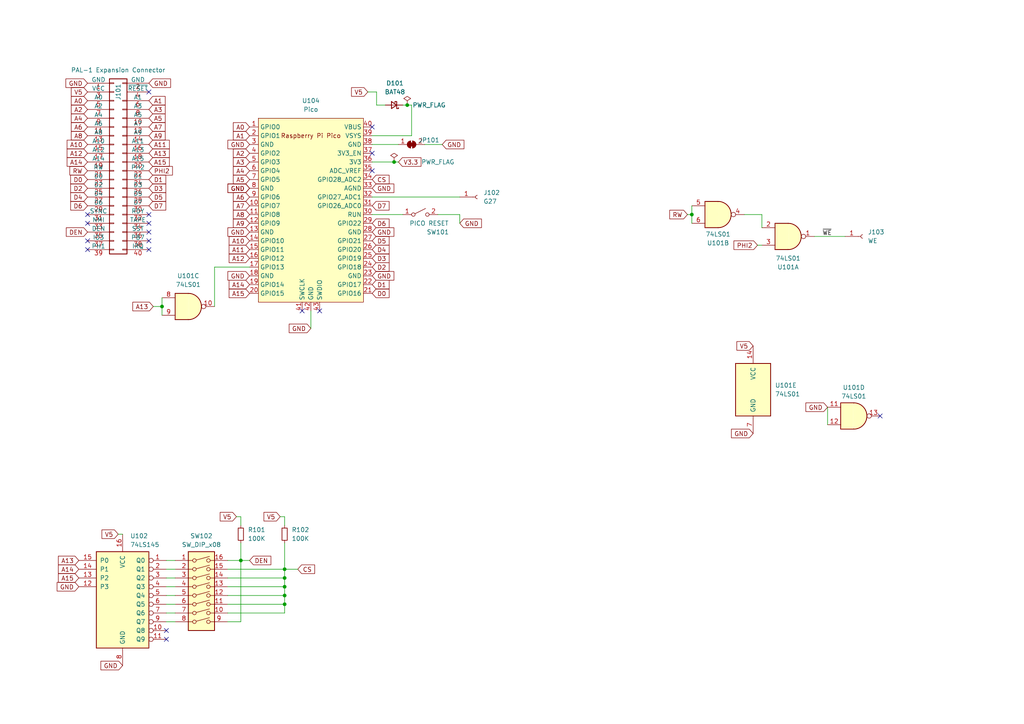
<source format=kicad_sch>
(kicad_sch (version 20230121) (generator eeschema)
  (paper "A4")
  (lib_symbols
    (symbol "74xx:74LS01" (pin_names (offset 1.016))
      (property "Reference" "U" (at 0 1.27 0))
      (property "Value" "74LS01" (at 0 -1.27 0))
      (symbol "74LS01_1_1"
        (arc (start 0 -3.81) (mid 3.7934 0) (end 0 3.81) (stroke (width 0.254)) (fill (type background)))
        (polyline (pts (xy 0 3.81) (xy -3.81 3.81) (xy -3.81 -3.81) (xy 0 -3.81)) (stroke (width 0.254)) (fill (type background)))
        (pin open_collector inverted (at 7.62 0 180) (length 3.81) (name "~") (number "1"))
        (pin input line (at -7.62 2.54 0) (length 3.81) (name "~") (number "2"))
        (pin input line (at -7.62 -2.54 0) (length 3.81) (name "~") (number "3"))
      )
      (symbol "74LS01_1_2"
        (arc (start -3.81 -3.81) (mid -2.589 0) (end -3.81 3.81) (stroke (width 0.254)))
        (arc (start -0.6096 -3.81) (mid 2.1842 -2.5851) (end 3.81 0) (stroke (width 0.254)) (fill (type background)))
        (polyline (pts (xy -3.81 -3.81) (xy -0.635 -3.81)) (stroke (width 0.254)) (fill (type background)))
        (polyline (pts (xy -3.81 3.81) (xy -0.635 3.81)) (stroke (width 0.254)) (fill (type background)))
        (polyline (pts (xy -0.635 3.81) (xy -3.81 3.81) (xy -3.81 3.81) (xy -3.556 3.4036) (xy -3.0226 2.2606) (xy -2.6924 1.0414) (xy -2.6162 -0.254) (xy -2.7686 -1.4986) (xy -3.175 -2.7178) (xy -3.81 -3.81) (xy -3.81 -3.81) (xy -0.635 -3.81)) (stroke (width -25.4)) (fill (type background)))
        (arc (start 3.81 0) (mid 2.1915 2.5936) (end -0.6096 3.81) (stroke (width 0.254)) (fill (type background)))
        (pin open_collector line (at 7.62 0 180) (length 3.81) (name "~") (number "1"))
        (pin input inverted (at -7.62 2.54 0) (length 4.318) (name "~") (number "2"))
        (pin input inverted (at -7.62 -2.54 0) (length 4.318) (name "~") (number "3"))
      )
      (symbol "74LS01_2_1"
        (arc (start 0 -3.81) (mid 3.7934 0) (end 0 3.81) (stroke (width 0.254)) (fill (type background)))
        (polyline (pts (xy 0 3.81) (xy -3.81 3.81) (xy -3.81 -3.81) (xy 0 -3.81)) (stroke (width 0.254)) (fill (type background)))
        (pin open_collector inverted (at 7.62 0 180) (length 3.81) (name "~") (number "4"))
        (pin input line (at -7.62 2.54 0) (length 3.81) (name "~") (number "5"))
        (pin input line (at -7.62 -2.54 0) (length 3.81) (name "~") (number "6"))
      )
      (symbol "74LS01_2_2"
        (arc (start -3.81 -3.81) (mid -2.589 0) (end -3.81 3.81) (stroke (width 0.254)))
        (arc (start -0.6096 -3.81) (mid 2.1842 -2.5851) (end 3.81 0) (stroke (width 0.254)) (fill (type background)))
        (polyline (pts (xy -3.81 -3.81) (xy -0.635 -3.81)) (stroke (width 0.254)) (fill (type background)))
        (polyline (pts (xy -3.81 3.81) (xy -0.635 3.81)) (stroke (width 0.254)) (fill (type background)))
        (polyline (pts (xy -0.635 3.81) (xy -3.81 3.81) (xy -3.81 3.81) (xy -3.556 3.4036) (xy -3.0226 2.2606) (xy -2.6924 1.0414) (xy -2.6162 -0.254) (xy -2.7686 -1.4986) (xy -3.175 -2.7178) (xy -3.81 -3.81) (xy -3.81 -3.81) (xy -0.635 -3.81)) (stroke (width -25.4)) (fill (type background)))
        (arc (start 3.81 0) (mid 2.1915 2.5936) (end -0.6096 3.81) (stroke (width 0.254)) (fill (type background)))
        (pin open_collector line (at 7.62 0 180) (length 3.81) (name "~") (number "4"))
        (pin input inverted (at -7.62 2.54 0) (length 4.318) (name "~") (number "5"))
        (pin input inverted (at -7.62 -2.54 0) (length 4.318) (name "~") (number "6"))
      )
      (symbol "74LS01_3_1"
        (arc (start 0 -3.81) (mid 3.7934 0) (end 0 3.81) (stroke (width 0.254)) (fill (type background)))
        (polyline (pts (xy 0 3.81) (xy -3.81 3.81) (xy -3.81 -3.81) (xy 0 -3.81)) (stroke (width 0.254)) (fill (type background)))
        (pin open_collector inverted (at 7.62 0 180) (length 3.81) (name "~") (number "10"))
        (pin input line (at -7.62 2.54 0) (length 3.81) (name "~") (number "8"))
        (pin input line (at -7.62 -2.54 0) (length 3.81) (name "~") (number "9"))
      )
      (symbol "74LS01_3_2"
        (arc (start -3.81 -3.81) (mid -2.589 0) (end -3.81 3.81) (stroke (width 0.254)))
        (arc (start -0.6096 -3.81) (mid 2.1842 -2.5851) (end 3.81 0) (stroke (width 0.254)) (fill (type background)))
        (polyline (pts (xy -3.81 -3.81) (xy -0.635 -3.81)) (stroke (width 0.254)) (fill (type background)))
        (polyline (pts (xy -3.81 3.81) (xy -0.635 3.81)) (stroke (width 0.254)) (fill (type background)))
        (polyline (pts (xy -0.635 3.81) (xy -3.81 3.81) (xy -3.81 3.81) (xy -3.556 3.4036) (xy -3.0226 2.2606) (xy -2.6924 1.0414) (xy -2.6162 -0.254) (xy -2.7686 -1.4986) (xy -3.175 -2.7178) (xy -3.81 -3.81) (xy -3.81 -3.81) (xy -0.635 -3.81)) (stroke (width -25.4)) (fill (type background)))
        (arc (start 3.81 0) (mid 2.1915 2.5936) (end -0.6096 3.81) (stroke (width 0.254)) (fill (type background)))
        (pin open_collector line (at 7.62 0 180) (length 3.81) (name "~") (number "10"))
        (pin input inverted (at -7.62 2.54 0) (length 4.318) (name "~") (number "8"))
        (pin input inverted (at -7.62 -2.54 0) (length 4.318) (name "~") (number "9"))
      )
      (symbol "74LS01_4_1"
        (arc (start 0 -3.81) (mid 3.7934 0) (end 0 3.81) (stroke (width 0.254)) (fill (type background)))
        (polyline (pts (xy 0 3.81) (xy -3.81 3.81) (xy -3.81 -3.81) (xy 0 -3.81)) (stroke (width 0.254)) (fill (type background)))
        (pin input line (at -7.62 2.54 0) (length 3.81) (name "~") (number "11"))
        (pin input line (at -7.62 -2.54 0) (length 3.81) (name "~") (number "12"))
        (pin open_collector inverted (at 7.62 0 180) (length 3.81) (name "~") (number "13"))
      )
      (symbol "74LS01_4_2"
        (arc (start -3.81 -3.81) (mid -2.589 0) (end -3.81 3.81) (stroke (width 0.254)))
        (arc (start -0.6096 -3.81) (mid 2.1842 -2.5851) (end 3.81 0) (stroke (width 0.254)) (fill (type background)))
        (polyline (pts (xy -3.81 -3.81) (xy -0.635 -3.81)) (stroke (width 0.254)) (fill (type background)))
        (polyline (pts (xy -3.81 3.81) (xy -0.635 3.81)) (stroke (width 0.254)) (fill (type background)))
        (polyline (pts (xy -0.635 3.81) (xy -3.81 3.81) (xy -3.81 3.81) (xy -3.556 3.4036) (xy -3.0226 2.2606) (xy -2.6924 1.0414) (xy -2.6162 -0.254) (xy -2.7686 -1.4986) (xy -3.175 -2.7178) (xy -3.81 -3.81) (xy -3.81 -3.81) (xy -0.635 -3.81)) (stroke (width -25.4)) (fill (type background)))
        (arc (start 3.81 0) (mid 2.1915 2.5936) (end -0.6096 3.81) (stroke (width 0.254)) (fill (type background)))
        (pin input inverted (at -7.62 2.54 0) (length 4.318) (name "~") (number "11"))
        (pin input inverted (at -7.62 -2.54 0) (length 4.318) (name "~") (number "12"))
        (pin open_collector line (at 7.62 0 180) (length 3.81) (name "~") (number "13"))
      )
      (symbol "74LS01_5_0"
        (pin power_in line (at 0 12.7 270) (length 5.08) (name "VCC") (number "14"))
        (pin power_in line (at 0 -12.7 90) (length 5.08) (name "GND") (number "7"))
      )
      (symbol "74LS01_5_1"
        (rectangle (start -5.08 7.62) (end 5.08 -7.62) (stroke (width 0.254)) (fill (type background)))
      )
    )
    (symbol "74xx:74LS145" (pin_names (offset 1.016))
      (property "Reference" "U" (at -7.62 13.97 0))
      (property "Value" "74LS145" (at -7.62 -16.51 0))
      (symbol "74LS145_1_0"
        (pin open_collector inverted (at 12.7 10.16 180) (length 5.08) (name "Q0") (number "1"))
        (pin open_collector inverted (at 12.7 -10.16 180) (length 5.08) (name "Q8") (number "10"))
        (pin open_collector inverted (at 12.7 -12.7 180) (length 5.08) (name "Q9") (number "11"))
        (pin input line (at -12.7 2.54 0) (length 5.08) (name "P3") (number "12"))
        (pin input line (at -12.7 5.08 0) (length 5.08) (name "P2") (number "13"))
        (pin input line (at -12.7 7.62 0) (length 5.08) (name "P1") (number "14"))
        (pin input line (at -12.7 10.16 0) (length 5.08) (name "P0") (number "15"))
        (pin power_in line (at 0 17.78 270) (length 5.08) (name "VCC") (number "16"))
        (pin open_collector inverted (at 12.7 7.62 180) (length 5.08) (name "Q1") (number "2"))
        (pin open_collector inverted (at 12.7 5.08 180) (length 5.08) (name "Q2") (number "3"))
        (pin open_collector inverted (at 12.7 2.54 180) (length 5.08) (name "Q3") (number "4"))
        (pin open_collector inverted (at 12.7 0 180) (length 5.08) (name "Q4") (number "5"))
        (pin open_collector inverted (at 12.7 -2.54 180) (length 5.08) (name "Q5") (number "6"))
        (pin open_collector inverted (at 12.7 -5.08 180) (length 5.08) (name "Q6") (number "7"))
        (pin power_in line (at 0 -20.32 90) (length 5.08) (name "GND") (number "8"))
        (pin open_collector inverted (at 12.7 -7.62 180) (length 5.08) (name "Q7") (number "9"))
      )
      (symbol "74LS145_1_1"
        (rectangle (start -7.62 12.7) (end 7.62 -15.24) (stroke (width 0.254)) (fill (type background)))
      )
    )
    (symbol "Connector:Conn_01x01_Socket" (pin_names (offset 1.016) hide)
      (property "Reference" "J" (at 0 2.54 0))
      (property "Value" "Conn_01x01_Socket" (at 0 -2.54 0))
      (symbol "Conn_01x01_Socket_1_1"
        (polyline (pts (xy -1.27 0) (xy -0.508 0)) (stroke (width 0.1524)))
        (arc (start 0 0.508) (mid -0.5058 0) (end 0 -0.508) (stroke (width 0.1524)))
        (pin passive line (at -5.08 0 0) (length 3.81) (name "Pin_1") (number "1"))
      )
    )
    (symbol "Device:D_Schottky_Small" (pin_numbers hide) (pin_names (offset 0.254) hide)
      (property "Reference" "D" (at -1.27 2.032 0))
      (property "Value" "D_Schottky_Small" (at -7.112 -2.032 0))
      (symbol "D_Schottky_Small_0_1"
        (polyline (pts (xy -0.762 0) (xy 0.762 0)))
        (polyline (pts (xy 0.762 -1.016) (xy -0.762 0) (xy 0.762 1.016) (xy 0.762 -1.016)) (stroke (width 0.254)))
        (polyline (pts (xy -1.27 0.762) (xy -1.27 1.016) (xy -0.762 1.016) (xy -0.762 -1.016) (xy -0.254 -1.016) (xy -0.254 -0.762)) (stroke (width 0.254)))
      )
      (symbol "D_Schottky_Small_1_1"
        (pin passive line (at -2.54 0 0) (length 1.778) (name "K") (number "1"))
        (pin passive line (at 2.54 0 180) (length 1.778) (name "A") (number "2"))
      )
    )
    (symbol "Device:R_Small" (pin_numbers hide) (pin_names (offset 0.254) hide)
      (property "Reference" "R" (at 0.762 0.508 0))
      (property "Value" "R_Small" (at 0.762 -1.016 0))
      (symbol "R_Small_0_1"
        (rectangle (start -0.762 1.778) (end 0.762 -1.778) (stroke (width 0.2032)))
      )
      (symbol "R_Small_1_1"
        (pin passive line (at 0 2.54 270) (length 0.762) (name "~") (number "1"))
        (pin passive line (at 0 -2.54 90) (length 0.762) (name "~") (number "2"))
      )
    )
    (symbol "Jumper:SolderJumper_2_Bridged" (pin_names (offset 0) hide)
      (property "Reference" "JP" (at 0 2.032 0))
      (property "Value" "SolderJumper_2_Bridged" (at 0 -2.54 0))
      (symbol "SolderJumper_2_Bridged_0_1"
        (rectangle (start -0.508 0.508) (end 0.508 -0.508) (fill (type outline)))
        (arc (start -0.254 1.016) (mid -1.2656 0) (end -0.254 -1.016))
        (arc (start -0.254 1.016) (mid -1.2656 0) (end -0.254 -1.016) (fill (type outline)))
        (polyline (pts (xy -0.254 1.016) (xy -0.254 -1.016)))
        (polyline (pts (xy 0.254 1.016) (xy 0.254 -1.016)))
        (arc (start 0.254 -1.016) (mid 1.2656 0) (end 0.254 1.016))
        (arc (start 0.254 -1.016) (mid 1.2656 0) (end 0.254 1.016) (fill (type outline)))
      )
      (symbol "SolderJumper_2_Bridged_1_1"
        (pin passive line (at -3.81 0 0) (length 2.54) (name "A") (number "1"))
        (pin passive line (at 3.81 0 180) (length 2.54) (name "B") (number "2"))
      )
    )
    (symbol "RP-Pico:Pico"
      (property "Reference" "U" (at -13.97 27.94 0))
      (property "Value" "Pico" (at 0 19.05 0))
      (symbol "Pico_0_0"
        (text "Raspberry Pi Pico" (at 0 21.59 0) (effects (font (size 1.27 1.27))))
      )
      (symbol "Pico_0_1"
        (rectangle (start -15.24 26.67) (end 15.24 -26.67) (fill (type background)))
      )
      (symbol "Pico_1_1"
        (pin bidirectional line (at -17.78 24.13 0) (length 2.54) (name "GPIO0") (number "1"))
        (pin bidirectional line (at -17.78 1.27 0) (length 2.54) (name "GPIO7") (number "10"))
        (pin bidirectional line (at -17.78 -1.27 0) (length 2.54) (name "GPIO8") (number "11"))
        (pin bidirectional line (at -17.78 -3.81 0) (length 2.54) (name "GPIO9") (number "12"))
        (pin power_in line (at -17.78 -6.35 0) (length 2.54) (name "GND") (number "13"))
        (pin bidirectional line (at -17.78 -8.89 0) (length 2.54) (name "GPIO10") (number "14"))
        (pin bidirectional line (at -17.78 -11.43 0) (length 2.54) (name "GPIO11") (number "15"))
        (pin bidirectional line (at -17.78 -13.97 0) (length 2.54) (name "GPIO12") (number "16"))
        (pin bidirectional line (at -17.78 -16.51 0) (length 2.54) (name "GPIO13") (number "17"))
        (pin power_in line (at -17.78 -19.05 0) (length 2.54) (name "GND") (number "18"))
        (pin bidirectional line (at -17.78 -21.59 0) (length 2.54) (name "GPIO14") (number "19"))
        (pin bidirectional line (at -17.78 21.59 0) (length 2.54) (name "GPIO1") (number "2"))
        (pin bidirectional line (at -17.78 -24.13 0) (length 2.54) (name "GPIO15") (number "20"))
        (pin bidirectional line (at 17.78 -24.13 180) (length 2.54) (name "GPIO16") (number "21"))
        (pin bidirectional line (at 17.78 -21.59 180) (length 2.54) (name "GPIO17") (number "22"))
        (pin power_in line (at 17.78 -19.05 180) (length 2.54) (name "GND") (number "23"))
        (pin bidirectional line (at 17.78 -16.51 180) (length 2.54) (name "GPIO18") (number "24"))
        (pin bidirectional line (at 17.78 -13.97 180) (length 2.54) (name "GPIO19") (number "25"))
        (pin bidirectional line (at 17.78 -11.43 180) (length 2.54) (name "GPIO20") (number "26"))
        (pin bidirectional line (at 17.78 -8.89 180) (length 2.54) (name "GPIO21") (number "27"))
        (pin power_in line (at 17.78 -6.35 180) (length 2.54) (name "GND") (number "28"))
        (pin bidirectional line (at 17.78 -3.81 180) (length 2.54) (name "GPIO22") (number "29"))
        (pin power_in line (at -17.78 19.05 0) (length 2.54) (name "GND") (number "3"))
        (pin input line (at 17.78 -1.27 180) (length 2.54) (name "RUN") (number "30"))
        (pin bidirectional line (at 17.78 1.27 180) (length 2.54) (name "GPIO26_ADC0") (number "31"))
        (pin bidirectional line (at 17.78 3.81 180) (length 2.54) (name "GPIO27_ADC1") (number "32"))
        (pin power_in line (at 17.78 6.35 180) (length 2.54) (name "AGND") (number "33"))
        (pin bidirectional line (at 17.78 8.89 180) (length 2.54) (name "GPIO28_ADC2") (number "34"))
        (pin power_in line (at 17.78 11.43 180) (length 2.54) (name "ADC_VREF") (number "35"))
        (pin power_in line (at 17.78 13.97 180) (length 2.54) (name "3V3") (number "36"))
        (pin input line (at 17.78 16.51 180) (length 2.54) (name "3V3_EN") (number "37"))
        (pin bidirectional line (at 17.78 19.05 180) (length 2.54) (name "GND") (number "38"))
        (pin power_in line (at 17.78 21.59 180) (length 2.54) (name "VSYS") (number "39"))
        (pin bidirectional line (at -17.78 16.51 0) (length 2.54) (name "GPIO2") (number "4"))
        (pin power_in line (at 17.78 24.13 180) (length 2.54) (name "VBUS") (number "40"))
        (pin input line (at -2.54 -29.21 90) (length 2.54) (name "SWCLK") (number "41"))
        (pin power_in line (at 0 -29.21 90) (length 2.54) (name "GND") (number "42"))
        (pin bidirectional line (at 2.54 -29.21 90) (length 2.54) (name "SWDIO") (number "43"))
        (pin bidirectional line (at -17.78 13.97 0) (length 2.54) (name "GPIO3") (number "5"))
        (pin bidirectional line (at -17.78 11.43 0) (length 2.54) (name "GPIO4") (number "6"))
        (pin bidirectional line (at -17.78 8.89 0) (length 2.54) (name "GPIO5") (number "7"))
        (pin power_in line (at -17.78 6.35 0) (length 2.54) (name "GND") (number "8"))
        (pin bidirectional line (at -17.78 3.81 0) (length 2.54) (name "GPIO6") (number "9"))
      )
    )
    (symbol "Switch:SW_DIP_x08" (pin_names (offset 0) hide)
      (property "Reference" "SW" (at 0 13.97 0))
      (property "Value" "SW_DIP_x08" (at 0 -11.43 0))
      (symbol "SW_DIP_x08_0_0"
        (circle (center -2.032 -7.62) (radius 0.508))
        (circle (center -2.032 -5.08) (radius 0.508))
        (circle (center -2.032 -2.54) (radius 0.508))
        (circle (center -2.032 0) (radius 0.508))
        (circle (center -2.032 2.54) (radius 0.508))
        (circle (center -2.032 5.08) (radius 0.508))
        (circle (center -2.032 7.62) (radius 0.508))
        (circle (center -2.032 10.16) (radius 0.508))
        (polyline (pts (xy -1.524 -7.4676) (xy 2.3622 -6.4262)))
        (polyline (pts (xy -1.524 -4.9276) (xy 2.3622 -3.8862)))
        (polyline (pts (xy -1.524 -2.3876) (xy 2.3622 -1.3462)))
        (polyline (pts (xy -1.524 0.127) (xy 2.3622 1.1684)))
        (polyline (pts (xy -1.524 2.667) (xy 2.3622 3.7084)))
        (polyline (pts (xy -1.524 5.207) (xy 2.3622 6.2484)))
        (polyline (pts (xy -1.524 7.747) (xy 2.3622 8.7884)))
        (polyline (pts (xy -1.524 10.287) (xy 2.3622 11.3284)))
        (circle (center 2.032 -7.62) (radius 0.508))
        (circle (center 2.032 -5.08) (radius 0.508))
        (circle (center 2.032 -2.54) (radius 0.508))
        (circle (center 2.032 0) (radius 0.508))
        (circle (center 2.032 2.54) (radius 0.508))
        (circle (center 2.032 5.08) (radius 0.508))
        (circle (center 2.032 7.62) (radius 0.508))
        (circle (center 2.032 10.16) (radius 0.508))
      )
      (symbol "SW_DIP_x08_0_1"
        (rectangle (start -3.81 12.7) (end 3.81 -10.16) (stroke (width 0.254)) (fill (type background)))
      )
      (symbol "SW_DIP_x08_1_1"
        (pin passive line (at -7.62 10.16 0) (length 5.08) (name "~") (number "1"))
        (pin passive line (at 7.62 -5.08 180) (length 5.08) (name "~") (number "10"))
        (pin passive line (at 7.62 -2.54 180) (length 5.08) (name "~") (number "11"))
        (pin passive line (at 7.62 0 180) (length 5.08) (name "~") (number "12"))
        (pin passive line (at 7.62 2.54 180) (length 5.08) (name "~") (number "13"))
        (pin passive line (at 7.62 5.08 180) (length 5.08) (name "~") (number "14"))
        (pin passive line (at 7.62 7.62 180) (length 5.08) (name "~") (number "15"))
        (pin passive line (at 7.62 10.16 180) (length 5.08) (name "~") (number "16"))
        (pin passive line (at -7.62 7.62 0) (length 5.08) (name "~") (number "2"))
        (pin passive line (at -7.62 5.08 0) (length 5.08) (name "~") (number "3"))
        (pin passive line (at -7.62 2.54 0) (length 5.08) (name "~") (number "4"))
        (pin passive line (at -7.62 0 0) (length 5.08) (name "~") (number "5"))
        (pin passive line (at -7.62 -2.54 0) (length 5.08) (name "~") (number "6"))
        (pin passive line (at -7.62 -5.08 0) (length 5.08) (name "~") (number "7"))
        (pin passive line (at -7.62 -7.62 0) (length 5.08) (name "~") (number "8"))
        (pin passive line (at 7.62 -7.62 180) (length 5.08) (name "~") (number "9"))
      )
    )
    (symbol "Switch:SW_SPST" (pin_names (offset 0) hide)
      (property "Reference" "SW" (at 0 3.175 0))
      (property "Value" "SW_SPST" (at 0 -2.54 0))
      (symbol "SW_SPST_0_0"
        (circle (center -2.032 0) (radius 0.508))
        (polyline (pts (xy -1.524 0.254) (xy 1.524 1.778)))
        (circle (center 2.032 0) (radius 0.508))
      )
      (symbol "SW_SPST_1_1"
        (pin passive line (at -5.08 0 0) (length 2.54) (name "A") (number "1"))
        (pin passive line (at 5.08 0 180) (length 2.54) (name "B") (number "2"))
      )
    )
    (symbol "pal1:Expansion_Connector" (pin_names (offset 0))
      (property "Reference" "J" (at 1.285 25.4 0))
      (property "Value" "PAL-1 Expansion Connector" (at 1.905 -27.94 0))
      (symbol "Expansion_Connector_1_1"
        (rectangle (start -1.255 -25.273) (end 0.015 -25.527) (stroke (width 0.1524)))
        (rectangle (start -1.255 -22.733) (end 0.015 -22.987) (stroke (width 0.1524)))
        (rectangle (start -1.255 -20.193) (end 0.015 -20.447) (stroke (width 0.1524)))
        (rectangle (start -1.255 -17.653) (end 0.015 -17.907) (stroke (width 0.1524)))
        (rectangle (start -1.255 -15.113) (end 0.015 -15.367) (stroke (width 0.1524)))
        (rectangle (start -1.255 -12.573) (end 0.015 -12.827) (stroke (width 0.1524)))
        (rectangle (start -1.255 -10.033) (end 0.015 -10.287) (stroke (width 0.1524)))
        (rectangle (start -1.255 -7.493) (end 0.015 -7.747) (stroke (width 0.1524)))
        (rectangle (start -1.255 -4.953) (end 0.015 -5.207) (stroke (width 0.1524)))
        (rectangle (start -1.255 -2.413) (end 0.015 -2.667) (stroke (width 0.1524)))
        (rectangle (start -1.255 0.127) (end 0.015 -0.127) (stroke (width 0.1524)))
        (rectangle (start -1.255 2.667) (end 0.015 2.413) (stroke (width 0.1524)))
        (rectangle (start -1.255 5.207) (end 0.015 4.953) (stroke (width 0.1524)))
        (rectangle (start -1.255 7.747) (end 0.015 7.493) (stroke (width 0.1524)))
        (rectangle (start -1.255 10.287) (end 0.015 10.033) (stroke (width 0.1524)))
        (rectangle (start -1.255 12.827) (end 0.015 12.573) (stroke (width 0.1524)))
        (rectangle (start -1.255 15.367) (end 0.015 15.113) (stroke (width 0.1524)))
        (rectangle (start -1.255 17.907) (end 0.015 17.653) (stroke (width 0.1524)))
        (rectangle (start -1.255 20.447) (end 0.015 20.193) (stroke (width 0.1524)))
        (rectangle (start -1.255 22.987) (end 0.015 22.733) (stroke (width 0.1524)))
        (rectangle (start -1.255 24.13) (end 3.825 -26.67) (stroke (width 0.254)))
        (rectangle (start 2.555 -15.113) (end 3.825 -15.367) (stroke (width 0.1524)))
        (rectangle (start 3.825 -25.273) (end 2.555 -25.527) (stroke (width 0.1524)))
        (rectangle (start 3.825 -22.733) (end 2.555 -22.987) (stroke (width 0.1524)))
        (rectangle (start 3.825 -20.193) (end 2.555 -20.447) (stroke (width 0.1524)))
        (rectangle (start 3.825 -17.653) (end 2.555 -17.907) (stroke (width 0.1524)))
        (rectangle (start 3.825 -12.573) (end 2.555 -12.827) (stroke (width 0.1524)))
        (rectangle (start 3.825 -10.033) (end 2.555 -10.287) (stroke (width 0.1524)))
        (rectangle (start 3.825 -7.493) (end 2.555 -7.747) (stroke (width 0.1524)))
        (rectangle (start 3.825 -4.953) (end 2.555 -5.207) (stroke (width 0.1524)))
        (rectangle (start 3.825 -2.413) (end 2.555 -2.667) (stroke (width 0.1524)))
        (rectangle (start 3.825 0.127) (end 2.555 -0.127) (stroke (width 0.1524)))
        (rectangle (start 3.825 2.667) (end 2.555 2.413) (stroke (width 0.1524)))
        (rectangle (start 3.825 5.207) (end 2.555 4.953) (stroke (width 0.1524)))
        (rectangle (start 3.825 7.747) (end 2.555 7.493) (stroke (width 0.1524)))
        (rectangle (start 3.825 10.287) (end 2.555 10.033) (stroke (width 0.1524)))
        (rectangle (start 3.825 12.827) (end 2.555 12.573) (stroke (width 0.1524)))
        (rectangle (start 3.825 15.367) (end 2.555 15.113) (stroke (width 0.1524)))
        (rectangle (start 3.825 17.907) (end 2.555 17.653) (stroke (width 0.1524)))
        (rectangle (start 3.825 22.987) (end 2.555 22.733) (stroke (width 0.1524)))
        (pin power_out line (at -7.605 22.86 0) (length 6.35) (name "GND") (number "1"))
        (pin passive line (at 10.175 12.7 180) (length 6.35) (name "A5") (number "10"))
        (pin passive line (at -7.605 10.16 0) (length 6.35) (name "A6") (number "11"))
        (pin passive line (at 10.175 10.16 180) (length 6.35) (name "A7") (number "12"))
        (pin passive line (at -7.605 7.62 0) (length 6.35) (name "A8") (number "13"))
        (pin passive line (at 10.175 7.62 180) (length 6.35) (name "A9") (number "14"))
        (pin passive line (at -7.605 5.08 0) (length 6.35) (name "A10") (number "15"))
        (pin passive line (at 10.175 5.08 180) (length 6.35) (name "A11") (number "16"))
        (pin passive line (at -7.605 2.54 0) (length 6.35) (name "A12") (number "17"))
        (pin passive line (at 10.175 2.54 180) (length 6.35) (name "A13") (number "18"))
        (pin passive line (at -7.605 0 0) (length 6.35) (name "A14") (number "19"))
        (pin passive line (at 10.175 22.86 180) (length 6.35) (name "GND") (number "2"))
        (pin passive line (at 10.175 0 180) (length 6.35) (name "A15") (number "20"))
        (pin passive line (at -7.605 -2.54 0) (length 6.35) (name "RW") (number "21"))
        (pin passive line (at 10.175 -2.54 180) (length 6.35) (name "PH2") (number "22"))
        (pin passive line (at -7.605 -5.08 0) (length 6.35) (name "D0") (number "23"))
        (pin passive line (at 10.175 -5.08 180) (length 6.35) (name "D1") (number "24"))
        (pin passive line (at -7.605 -7.62 0) (length 6.35) (name "D2") (number "25"))
        (pin passive line (at 10.175 -7.62 180) (length 6.35) (name "D3") (number "26"))
        (pin passive line (at -7.605 -10.16 0) (length 6.35) (name "D4") (number "27"))
        (pin passive line (at 10.175 -10.16 180) (length 6.35) (name "D5") (number "28"))
        (pin passive line (at -7.605 -12.7 0) (length 6.35) (name "D6") (number "29"))
        (pin passive line (at -7.605 20.32 0) (length 6.35) (name "VCC") (number "3"))
        (pin passive line (at 10.175 -12.7 180) (length 6.35) (name "D7") (number "30"))
        (pin passive line (at -7.605 -15.24 0) (length 6.35) (name "SYNC") (number "31"))
        (pin passive line (at 10.175 -15.24 180) (length 6.35) (name "RDY") (number "32"))
        (pin passive line (at -7.605 -17.78 0) (length 6.35) (name "NMI") (number "33"))
        (pin passive line (at 10.175 -17.78 180) (length 6.35) (name "TAPE") (number "34"))
        (pin passive line (at -7.605 -20.32 0) (length 6.35) (name "DEN") (number "35"))
        (pin passive line (at 10.175 -20.32 180) (length 6.35) (name "SST") (number "36"))
        (pin passive line (at -7.605 -22.86 0) (length 6.35) (name "IO3") (number "37"))
        (pin passive line (at 10.175 -22.86 180) (length 6.35) (name "PB7") (number "38"))
        (pin passive line (at -7.605 -25.4 0) (length 6.35) (name "PH1") (number "39"))
        (pin passive line (at 10.175 20.32 180) (length 6.35) (name "~{RESET}") (number "4"))
        (pin passive line (at 10.175 -25.4 180) (length 6.35) (name "IRQ") (number "40"))
        (pin passive line (at -7.605 17.78 0) (length 6.35) (name "A0") (number "5"))
        (pin passive line (at 10.175 17.78 180) (length 6.35) (name "A1") (number "6"))
        (pin passive line (at -7.605 15.24 0) (length 6.35) (name "A2") (number "7"))
        (pin passive line (at 10.175 15.24 180) (length 6.35) (name "A3") (number "8"))
        (pin passive line (at -7.605 12.7 0) (length 6.35) (name "A4") (number "9"))
      )
    )
    (symbol "power:PWR_FLAG" (power) (pin_numbers hide) (pin_names (offset 0) hide)
      (property "Value" "PWR_FLAG" (at 0 3.81 0))
      (symbol "PWR_FLAG_0_0"
        (pin power_out line (at 0 0 90) (length 0) (name "pwr") (number "1"))
      )
      (symbol "PWR_FLAG_0_1"
        (polyline (pts (xy 0 0) (xy 0 1.27) (xy -1.016 1.905) (xy 0 2.54) (xy 1.016 1.905) (xy 0 1.27)))
      )
    )
  )
  (junction (at 82.55 167.64))
  (junction (at 82.55 165.1))
  (junction (at 82.55 172.72))
  (junction (at 82.55 175.26))
  (junction (at 200.66 62.23))
  (junction (at 118.11 30.48))
  (junction (at 82.55 170.18))
  (junction (at 69.85 162.56))
  (junction (at 114.3 46.99))
  (junction (at 46.99 88.9))
  (no_connect (at 43.18 72.39))
  (no_connect (at 25.4 62.23))
  (no_connect (at 107.95 36.83))
  (no_connect (at 43.18 62.23))
  (no_connect (at 25.4 72.39))
  (no_connect (at 107.95 44.45))
  (no_connect (at 25.4 64.77))
  (no_connect (at 48.26 182.88))
  (no_connect (at 48.26 185.42))
  (no_connect (at 43.18 67.31))
  (no_connect (at 43.18 26.67))
  (no_connect (at 43.18 64.77))
  (no_connect (at 87.63 90.17))
  (no_connect (at 92.71 90.17))
  (no_connect (at 25.4 69.85))
  (no_connect (at 255.27 120.65))
  (no_connect (at 107.95 49.53))
  (no_connect (at 43.18 69.85))
  (wire (pts (xy 82.55 165.1) (xy 82.55 167.64)))
  (wire (pts (xy 236.22 68.58) (xy 245.11 68.58)))
  (wire (pts (xy 111.76 30.48) (xy 109.22 30.48)))
  (wire (pts (xy 119.38 30.48) (xy 119.38 39.37)))
  (wire (pts (xy 66.04 167.64) (xy 82.55 167.64)))
  (wire (pts (xy 82.55 167.64) (xy 82.55 170.18)))
  (wire (pts (xy 69.85 180.34) (xy 69.85 162.56)))
  (wire (pts (xy 107.95 62.23) (xy 116.84 62.23)))
  (wire (pts (xy 107.95 57.15) (xy 133.35 57.15)))
  (wire (pts (xy 200.66 59.69) (xy 200.66 62.23)))
  (wire (pts (xy 48.26 175.26) (xy 50.8 175.26)))
  (wire (pts (xy 66.04 162.56) (xy 69.85 162.56)))
  (wire (pts (xy 82.55 170.18) (xy 82.55 172.72)))
  (wire (pts (xy 106.68 26.67) (xy 109.22 26.67)))
  (wire (pts (xy 107.95 46.99) (xy 114.3 46.99)))
  (wire (pts (xy 66.04 180.34) (xy 69.85 180.34)))
  (wire (pts (xy 82.55 175.26) (xy 82.55 177.8)))
  (wire (pts (xy 114.3 46.99) (xy 115.57 46.99)))
  (wire (pts (xy 220.98 62.23) (xy 220.98 66.04)))
  (wire (pts (xy 48.26 177.8) (xy 50.8 177.8)))
  (wire (pts (xy 82.55 157.48) (xy 82.55 165.1)))
  (wire (pts (xy 72.39 77.47) (xy 62.23 77.47)))
  (wire (pts (xy 82.55 172.72) (xy 82.55 175.26)))
  (wire (pts (xy 46.99 86.36) (xy 46.99 88.9)))
  (wire (pts (xy 127 62.23) (xy 133.35 62.23)))
  (wire (pts (xy 118.11 30.48) (xy 119.38 30.48)))
  (wire (pts (xy 219.71 71.12) (xy 220.98 71.12)))
  (wire (pts (xy 116.84 30.48) (xy 118.11 30.48)))
  (wire (pts (xy 69.85 157.48) (xy 69.85 162.56)))
  (wire (pts (xy 48.26 172.72) (xy 50.8 172.72)))
  (wire (pts (xy 215.9 62.23) (xy 220.98 62.23)))
  (wire (pts (xy 69.85 152.4) (xy 69.85 149.86)))
  (wire (pts (xy 62.23 77.47) (xy 62.23 88.9)))
  (wire (pts (xy 199.39 62.23) (xy 200.66 62.23)))
  (wire (pts (xy 48.26 165.1) (xy 50.8 165.1)))
  (wire (pts (xy 48.26 167.64) (xy 50.8 167.64)))
  (wire (pts (xy 69.85 162.56) (xy 72.39 162.56)))
  (wire (pts (xy 240.03 118.11) (xy 240.03 123.19)))
  (wire (pts (xy 82.55 165.1) (xy 86.36 165.1)))
  (wire (pts (xy 66.04 165.1) (xy 82.55 165.1)))
  (wire (pts (xy 66.04 177.8) (xy 82.55 177.8)))
  (wire (pts (xy 82.55 152.4) (xy 82.55 149.86)))
  (wire (pts (xy 81.28 149.86) (xy 82.55 149.86)))
  (wire (pts (xy 200.66 62.23) (xy 200.66 64.77)))
  (wire (pts (xy 66.04 175.26) (xy 82.55 175.26)))
  (wire (pts (xy 107.95 39.37) (xy 119.38 39.37)))
  (wire (pts (xy 34.29 154.94) (xy 35.56 154.94)))
  (wire (pts (xy 90.17 90.17) (xy 90.17 95.25)))
  (wire (pts (xy 48.26 170.18) (xy 50.8 170.18)))
  (wire (pts (xy 44.45 88.9) (xy 46.99 88.9)))
  (wire (pts (xy 48.26 180.34) (xy 50.8 180.34)))
  (wire (pts (xy 66.04 170.18) (xy 82.55 170.18)))
  (wire (pts (xy 48.26 162.56) (xy 50.8 162.56)))
  (wire (pts (xy 107.95 41.91) (xy 115.57 41.91)))
  (wire (pts (xy 66.04 172.72) (xy 82.55 172.72)))
  (wire (pts (xy 46.99 88.9) (xy 46.99 91.44)))
  (wire (pts (xy 109.22 26.67) (xy 109.22 30.48)))
  (wire (pts (xy 123.19 41.91) (xy 128.27 41.91)))
  (wire (pts (xy 68.58 149.86) (xy 69.85 149.86)))
  (wire (pts (xy 133.35 62.23) (xy 133.35 64.77)))
  (label "~{WE}" (at 241.3 68.58 180))
  (global_label "A9" (shape input) (at 72.39 64.77 180) (property "Intersheetrefs" "${INTERSHEET_REFS}" (effects hide)))
  (global_label "GND" (shape input) (at 218.44 125.73 180) (property "Intersheetrefs" "${INTERSHEET_REFS}" (effects hide)))
  (global_label "D5" (shape input) (at 43.18 57.15 0) (property "Intersheetrefs" "${INTERSHEET_REFS}" (effects hide)))
  (global_label "A4" (shape input) (at 25.4 34.29 180) (property "Intersheetrefs" "${INTERSHEET_REFS}" (effects hide)))
  (global_label "D7" (shape input) (at 107.95 59.69 0) (property "Intersheetrefs" "${INTERSHEET_REFS}" (effects hide)))
  (global_label "A15" (shape input) (at 72.39 85.09 180) (property "Intersheetrefs" "${INTERSHEET_REFS}" (effects hide)))
  (global_label "GND" (shape input) (at 90.17 95.25 180) (property "Intersheetrefs" "${INTERSHEET_REFS}" (effects hide)))
  (global_label "V5" (shape input) (at 218.44 100.33 180) (property "Intersheetrefs" "${INTERSHEET_REFS}" (effects hide)))
  (global_label "GND" (shape input) (at 72.39 41.91 180) (property "Intersheetrefs" "${INTERSHEET_REFS}" (effects hide)))
  (global_label "CS" (shape input) (at 107.95 52.07 0) (property "Intersheetrefs" "${INTERSHEET_REFS}" (effects hide)))
  (global_label "V5" (shape input) (at 34.29 154.94 180) (property "Intersheetrefs" "${INTERSHEET_REFS}" (effects hide)))
  (global_label "A1" (shape input) (at 72.39 39.37 180) (property "Intersheetrefs" "${INTERSHEET_REFS}" (effects hide)))
  (global_label "A0" (shape input) (at 72.39 36.83 180) (property "Intersheetrefs" "${INTERSHEET_REFS}" (effects hide)))
  (global_label "A2" (shape input) (at 25.4 31.75 180) (property "Intersheetrefs" "${INTERSHEET_REFS}" (effects hide)))
  (global_label "CS" (shape input) (at 86.36 165.1 0) (property "Intersheetrefs" "${INTERSHEET_REFS}" (effects hide)))
  (global_label "D6" (shape input) (at 25.4 59.69 180) (property "Intersheetrefs" "${INTERSHEET_REFS}" (effects hide)))
  (global_label "GND" (shape input) (at 22.86 170.18 180) (property "Intersheetrefs" "${INTERSHEET_REFS}" (effects hide)))
  (global_label "V5" (shape input) (at 68.58 149.86 180) (property "Intersheetrefs" "${INTERSHEET_REFS}" (effects hide)))
  (global_label "PHI2" (shape input) (at 219.71 71.12 180) (property "Intersheetrefs" "${INTERSHEET_REFS}" (effects hide)))
  (global_label "A14" (shape input) (at 25.4 46.99 180) (property "Intersheetrefs" "${INTERSHEET_REFS}" (effects hide)))
  (global_label "A12" (shape input) (at 25.4 44.45 180) (property "Intersheetrefs" "${INTERSHEET_REFS}" (effects hide)))
  (global_label "A14" (shape input) (at 22.86 165.1 180) (property "Intersheetrefs" "${INTERSHEET_REFS}" (effects hide)))
  (global_label "A13" (shape input) (at 22.86 162.56 180) (property "Intersheetrefs" "${INTERSHEET_REFS}" (effects hide)))
  (global_label "D0" (shape input) (at 107.95 85.09 0) (property "Intersheetrefs" "${INTERSHEET_REFS}" (effects hide)))
  (global_label "D6" (shape input) (at 107.95 64.77 0) (property "Intersheetrefs" "${INTERSHEET_REFS}" (effects hide)))
  (global_label "GND" (shape input) (at 72.39 67.31 180) (property "Intersheetrefs" "${INTERSHEET_REFS}" (effects hide)))
  (global_label "A8" (shape input) (at 72.39 62.23 180) (property "Intersheetrefs" "${INTERSHEET_REFS}" (effects hide)))
  (global_label "GND" (shape input) (at 72.39 54.61 180) (property "Intersheetrefs" "${INTERSHEET_REFS}" (effects hide)))
  (global_label "RW" (shape input) (at 199.39 62.23 180) (property "Intersheetrefs" "${INTERSHEET_REFS}" (effects hide)))
  (global_label "D3" (shape input) (at 107.95 74.93 0) (property "Intersheetrefs" "${INTERSHEET_REFS}" (effects hide)))
  (global_label "A15" (shape input) (at 22.86 167.64 180) (property "Intersheetrefs" "${INTERSHEET_REFS}" (effects hide)))
  (global_label "A13" (shape input) (at 44.45 88.9 180) (property "Intersheetrefs" "${INTERSHEET_REFS}" (effects hide)))
  (global_label "A3" (shape input) (at 72.39 46.99 180) (property "Intersheetrefs" "${INTERSHEET_REFS}" (effects hide)))
  (global_label "GND" (shape input) (at 128.27 41.91 0) (property "Intersheetrefs" "${INTERSHEET_REFS}" (effects hide)))
  (global_label "GND" (shape input) (at 25.4 24.13 180) (property "Intersheetrefs" "${INTERSHEET_REFS}" (effects hide)))
  (global_label "DEN" (shape input) (at 25.4 67.31 180) (property "Intersheetrefs" "${INTERSHEET_REFS}" (effects hide)))
  (global_label "A14" (shape input) (at 72.39 82.55 180) (property "Intersheetrefs" "${INTERSHEET_REFS}" (effects hide)))
  (global_label "GND" (shape input) (at 72.39 80.01 180) (property "Intersheetrefs" "${INTERSHEET_REFS}" (effects hide)))
  (global_label "A5" (shape input) (at 43.18 34.29 0) (property "Intersheetrefs" "${INTERSHEET_REFS}" (effects hide)))
  (global_label "D2" (shape input) (at 107.95 77.47 0) (property "Intersheetrefs" "${INTERSHEET_REFS}" (effects hide)))
  (global_label "DEN" (shape input) (at 72.39 162.56 0) (property "Intersheetrefs" "${INTERSHEET_REFS}" (effects hide)))
  (global_label "GND" (shape input) (at 107.95 54.61 0) (property "Intersheetrefs" "${INTERSHEET_REFS}" (effects hide)))
  (global_label "D1" (shape input) (at 43.18 52.07 0) (property "Intersheetrefs" "${INTERSHEET_REFS}" (effects hide)))
  (global_label "D1" (shape input) (at 107.95 82.55 0) (property "Intersheetrefs" "${INTERSHEET_REFS}" (effects hide)))
  (global_label "GND" (shape input) (at 107.95 80.01 0) (property "Intersheetrefs" "${INTERSHEET_REFS}" (effects hide)))
  (global_label "V5" (shape input) (at 106.68 26.67 180) (property "Intersheetrefs" "${INTERSHEET_REFS}" (effects hide)))
  (global_label "GND" (shape input) (at 35.56 193.04 180) (property "Intersheetrefs" "${INTERSHEET_REFS}" (effects hide)))
  (global_label "V5" (shape input) (at 25.4 26.67 180) (property "Intersheetrefs" "${INTERSHEET_REFS}" (effects hide)))
  (global_label "A8" (shape input) (at 25.4 39.37 180) (property "Intersheetrefs" "${INTERSHEET_REFS}" (effects hide)))
  (global_label "A6" (shape input) (at 72.39 57.15 180) (property "Intersheetrefs" "${INTERSHEET_REFS}" (effects hide)))
  (global_label "A3" (shape input) (at 43.18 31.75 0) (property "Intersheetrefs" "${INTERSHEET_REFS}" (effects hide)))
  (global_label "D4" (shape input) (at 107.95 72.39 0) (property "Intersheetrefs" "${INTERSHEET_REFS}" (effects hide)))
  (global_label "A11" (shape input) (at 43.18 41.91 0) (property "Intersheetrefs" "${INTERSHEET_REFS}" (effects hide)))
  (global_label "D7" (shape input) (at 43.18 59.69 0) (property "Intersheetrefs" "${INTERSHEET_REFS}" (effects hide)))
  (global_label "A10" (shape input) (at 72.39 69.85 180) (property "Intersheetrefs" "${INTERSHEET_REFS}" (effects hide)))
  (global_label "A15" (shape input) (at 43.18 46.99 0) (property "Intersheetrefs" "${INTERSHEET_REFS}" (effects hide)))
  (global_label "D4" (shape input) (at 25.4 57.15 180) (property "Intersheetrefs" "${INTERSHEET_REFS}" (effects hide)))
  (global_label "GND" (shape input) (at 133.35 64.77 0) (property "Intersheetrefs" "${INTERSHEET_REFS}" (effects hide)))
  (global_label "V5" (shape input) (at 81.28 149.86 180) (property "Intersheetrefs" "${INTERSHEET_REFS}" (effects hide)))
  (global_label "A4" (shape input) (at 72.39 49.53 180) (property "Intersheetrefs" "${INTERSHEET_REFS}" (effects hide)))
  (global_label "A0" (shape input) (at 25.4 29.21 180) (property "Intersheetrefs" "${INTERSHEET_REFS}" (effects hide)))
  (global_label "A9" (shape input) (at 43.18 39.37 0) (property "Intersheetrefs" "${INTERSHEET_REFS}" (effects hide)))
  (global_label "GND" (shape input) (at 43.18 24.13 0) (property "Intersheetrefs" "${INTERSHEET_REFS}" (effects hide)))
  (global_label "D0" (shape input) (at 25.4 52.07 180) (property "Intersheetrefs" "${INTERSHEET_REFS}" (effects hide)))
  (global_label "GND" (shape input) (at 107.95 67.31 0) (property "Intersheetrefs" "${INTERSHEET_REFS}" (effects hide)))
  (global_label "D3" (shape input) (at 43.18 54.61 0) (property "Intersheetrefs" "${INTERSHEET_REFS}" (effects hide)))
  (global_label "A11" (shape input) (at 72.39 72.39 180) (property "Intersheetrefs" "${INTERSHEET_REFS}" (effects hide)))
  (global_label "A7" (shape input) (at 72.39 59.69 180) (property "Intersheetrefs" "${INTERSHEET_REFS}" (effects hide)))
  (global_label "V3.3" (shape input) (at 115.57 46.99 0) (property "Intersheetrefs" "${INTERSHEET_REFS}" (effects hide)))
  (global_label "PHI2" (shape input) (at 43.18 49.53 0) (property "Intersheetrefs" "${INTERSHEET_REFS}" (effects hide)))
  (global_label "D2" (shape input) (at 25.4 54.61 180) (property "Intersheetrefs" "${INTERSHEET_REFS}" (effects hide)))
  (global_label "GND" (shape input) (at 240.03 118.11 180) (property "Intersheetrefs" "${INTERSHEET_REFS}" (effects hide)))
  (global_label "A1" (shape input) (at 43.18 29.21 0) (property "Intersheetrefs" "${INTERSHEET_REFS}" (effects hide)))
  (global_label "A10" (shape input) (at 25.4 41.91 180) (property "Intersheetrefs" "${INTERSHEET_REFS}" (effects hide)))
  (global_label "A2" (shape input) (at 72.39 44.45 180) (property "Intersheetrefs" "${INTERSHEET_REFS}" (effects hide)))
  (global_label "A12" (shape input) (at 72.39 74.93 180) (property "Intersheetrefs" "${INTERSHEET_REFS}" (effects hide)))
  (global_label "A7" (shape input) (at 43.18 36.83 0) (property "Intersheetrefs" "${INTERSHEET_REFS}" (effects hide)))
  (global_label "A13" (shape input) (at 43.18 44.45 0) (property "Intersheetrefs" "${INTERSHEET_REFS}" (effects hide)))
  (global_label "RW" (shape input) (at 25.4 49.53 180) (property "Intersheetrefs" "${INTERSHEET_REFS}" (effects hide)))
  (global_label "GND" (shape input) (at 72.39 54.61 180) (property "Intersheetrefs" "${INTERSHEET_REFS}" (effects hide)))
  (global_label "A5" (shape input) (at 72.39 52.07 180) (property "Intersheetrefs" "${INTERSHEET_REFS}" (effects hide)))
  (global_label "D5" (shape input) (at 107.95 69.85 0) (property "Intersheetrefs" "${INTERSHEET_REFS}" (effects hide)))
  (global_label "A6" (shape input) (at 25.4 36.83 180) (property "Intersheetrefs" "${INTERSHEET_REFS}" (effects hide)))
  (symbol (lib_id "power:PWR_FLAG") (at 118.11 30.48 0) (unit 1)
    (property "Reference" "#FLG0101" (effects hide))
    (property "Value" "PWR_FLAG" (at 124.46 30.48 0))
  )
  (symbol (lib_id "Jumper:SolderJumper_2_Bridged") (at 119.38 41.91 0) (unit 1)
    (property "Reference" "JP101" (at 124.46 40.64 0))
    (property "Value" "SolderJumper_2_Bridged" (effects hide))
    (property "Footprint" "Jumper:SolderJumper-2_P1.3mm_Bridged2Bar_RoundedPad1.0x1.5mm" (effects hide))
  )
  (symbol (lib_id "Switch:SW_DIP_x08") (at 58.42 172.72 0) (unit 1)
    (property "Reference" "SW102" (at 58.42 155.448 0))
    (property "Value" "SW_DIP_x08" (at 58.42 157.988 0))
    (property "Footprint" "Button_Switch_THT:SW_DIP_SPSTx08_Slide_6.7x21.88mm_W7.62mm_P2.54mm_LowProfile" (effects hide))
  )
  (symbol (lib_id "Switch:SW_SPST") (at 121.92 62.23 0) (unit 1)
    (property "Reference" "SW101" (at 127 67.31 0))
    (property "Value" "PICO RESET" (at 124.46 64.77 0))
    (property "Footprint" "Button_Switch_THT:SW_PUSH_6mm" (effects hide))
  )
  (symbol (lib_id "Connector:Conn_01x01_Socket") (at 138.43 57.15 0) (unit 1)
    (property "Reference" "J102" (at 140.208 55.88 0) (effects (justify left)))
    (property "Value" "G27" (at 140.208 58.42 0) (effects (justify left)))
    (property "Footprint" "Connector_PinHeader_2.54mm:PinHeader_1x01_P2.54mm_Vertical" (effects hide))
  )
  (symbol (lib_id "power:PWR_FLAG") (at 114.3 46.99 0) (unit 1)
    (property "Reference" "#FLG0102" (effects hide))
    (property "Value" "PWR_FLAG" (at 127 46.99 0))
  )
  (symbol (lib_id "pal1:Expansion_Connector") (at 33.005 46.99 0) (unit 1)
    (property "Reference" "J101" (at 34.29 26.67 90))
    (property "Value" "PAL-1 Expansion Connector" (at 34.29 20.32 0))
    (property "Footprint" "Connector_PinHeader_2.54mm:PinHeader_2x20_P2.54mm_Horizontal" (effects hide))
  )
  (symbol (lib_id "74xx:74LS01") (at 54.61 88.9 0) (unit 3)
    (property "Reference" "U101" (at 54.6017 80.01 0))
    (property "Value" "74LS01" (at 54.6017 82.55 0))
    (property "Footprint" "Package_DIP:DIP-14_W7.62mm_Socket_LongPads" (effects hide))
    (property "Datasheet" "http://www.nteinc.com/specs/7400to7499/pdf/nte74LS01.pdf" (effects hide))
  )
  (symbol (lib_id "74xx:74LS01") (at 247.65 120.65 0) (unit 4)
    (property "Reference" "U101" (at 247.6417 112.395 0))
    (property "Value" "74LS01" (at 247.6417 114.935 0))
    (property "Footprint" "Package_DIP:DIP-14_W7.62mm_Socket_LongPads" (effects hide))
    (property "Datasheet" "http://www.nteinc.com/specs/7400to7499/pdf/nte74LS01.pdf" (effects hide))
  )
  (symbol (lib_id "Device:R_Small") (at 82.55 154.94 0) (unit 1)
    (property "Reference" "R102" (at 84.582 153.67 0) (effects (justify left)))
    (property "Value" "100K" (at 84.582 156.21 0) (effects (justify left)))
    (property "Footprint" "Resistor_THT:R_Axial_DIN0204_L3.6mm_D1.6mm_P5.08mm_Horizontal" (effects hide))
  )
  (symbol (lib_id "74xx:74LS01") (at 208.28 62.23 0) (unit 2)
    (property "Reference" "U101" (at 208.2717 70.485 0))
    (property "Value" "74LS01" (at 208.2717 67.945 0))
    (property "Footprint" "Package_DIP:DIP-14_W7.62mm_Socket_LongPads" (effects hide))
    (property "Datasheet" "http://www.nteinc.com/specs/7400to7499/pdf/nte74LS01.pdf" (effects hide))
  )
  (symbol (lib_id "Device:D_Schottky_Small") (at 114.3 30.48 180) (unit 1)
    (property "Reference" "D101" (at 114.554 24.13 0))
    (property "Value" "BAT48" (at 114.554 26.67 0))
    (property "Footprint" "Diode_THT:D_5W_P10.16mm_Horizontal" (effects hide))
    (property "Datasheet" "https://www.mouser.com/datasheet/2/389/bat48-1849046.pdf" (effects hide))
  )
  (symbol (lib_id "Connector:Conn_01x01_Socket") (at 250.19 68.58 0) (unit 1)
    (property "Reference" "J103" (at 251.714 67.31 0) (effects (justify left)))
    (property "Value" "WE" (at 251.714 69.85 0) (effects (justify left)))
    (property "Footprint" "Connector_PinHeader_2.54mm:PinHeader_1x01_P2.54mm_Vertical" (effects hide))
  )
  (symbol (lib_id "74xx:74LS145") (at 35.56 172.72 0) (unit 1)
    (property "Reference" "U102" (at 37.7541 155.448 0) (effects (justify left)))
    (property "Value" "74LS145" (at 37.7541 157.988 0) (effects (justify left)))
    (property "Footprint" "Package_DIP:DIP-16_W7.62mm_Socket_LongPads" (effects hide))
    (property "Datasheet" "http://www.ti.com/lit/gpn/sn74LS145" (effects hide))
  )
  (symbol (lib_id "74xx:74LS01") (at 228.6 68.58 0) (unit 1)
    (property "Reference" "U101" (at 228.5917 77.47 0))
    (property "Value" "74LS01" (at 228.5917 74.93 0))
    (property "Footprint" "Package_DIP:DIP-14_W7.62mm_Socket_LongPads" (effects hide))
    (property "Datasheet" "http://www.nteinc.com/specs/7400to7499/pdf/nte74LS01.pdf" (effects hide))
  )
  (symbol (lib_id "RP-Pico:Pico") (at 90.17 60.96 0) (unit 1)
    (property "Reference" "U104" (at 90.17 29.21 0))
    (property "Value" "Pico" (at 90.17 31.75 0))
    (property "Footprint" "RPi_Pico:RPi_Pico_SMD_TH" (effects hide))
  )
  (symbol (lib_id "Device:R_Small") (at 69.85 154.94 0) (unit 1)
    (property "Reference" "R101" (at 71.882 153.67 0) (effects (justify left)))
    (property "Value" "100K" (at 71.882 156.21 0) (effects (justify left)))
    (property "Footprint" "Resistor_THT:R_Axial_DIN0204_L3.6mm_D1.6mm_P5.08mm_Horizontal" (effects hide))
  )
  (symbol (lib_id "74xx:74LS01") (at 218.44 113.03 0) (unit 5)
    (property "Reference" "U101" (at 224.79 111.76 0) (effects (justify left)))
    (property "Value" "74LS01" (at 224.79 114.3 0) (effects (justify left)))
    (property "Footprint" "Package_DIP:DIP-14_W7.62mm_Socket_LongPads" (effects hide))
    (property "Datasheet" "http://www.nteinc.com/specs/7400to7499/pdf/nte74LS01.pdf" (effects hide))
  )
)
</source>
